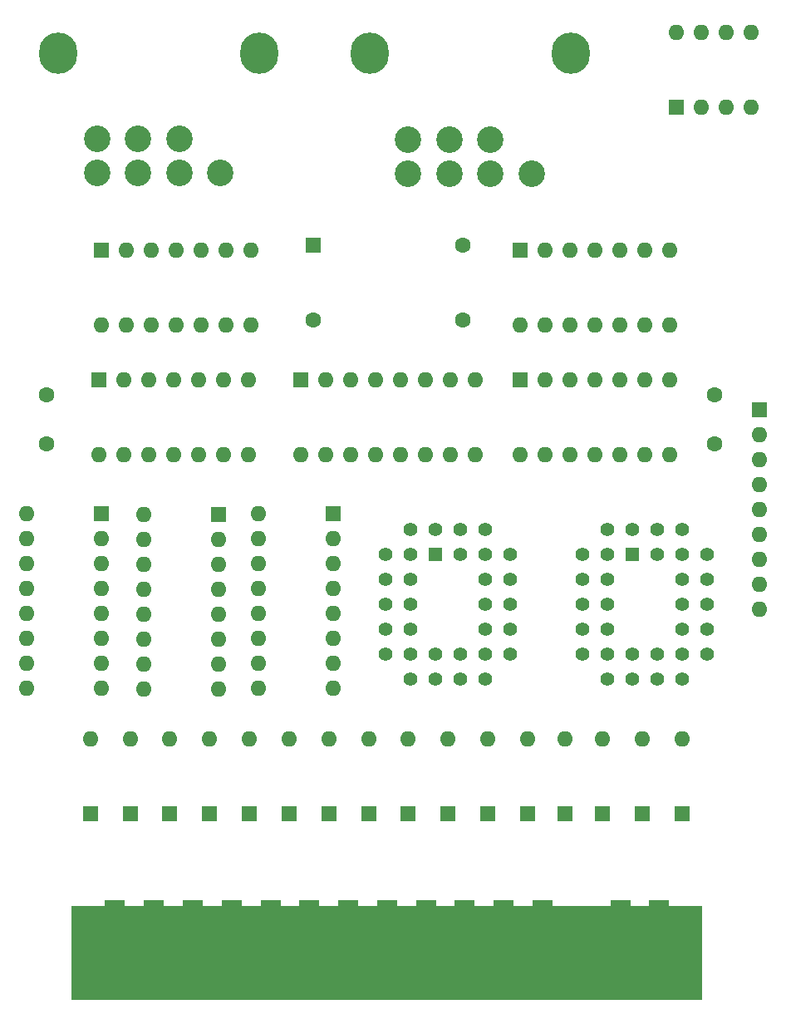
<source format=gbr>
%TF.GenerationSoftware,KiCad,Pcbnew,8.0.2*%
%TF.CreationDate,2025-01-31T19:47:28+01:00*%
%TF.ProjectId,p2000t-joystick-nes,70323030-3074-42d6-9a6f-79737469636b,rev?*%
%TF.SameCoordinates,Original*%
%TF.FileFunction,Soldermask,Top*%
%TF.FilePolarity,Negative*%
%FSLAX46Y46*%
G04 Gerber Fmt 4.6, Leading zero omitted, Abs format (unit mm)*
G04 Created by KiCad (PCBNEW 8.0.2) date 2025-01-31 19:47:28*
%MOMM*%
%LPD*%
G01*
G04 APERTURE LIST*
%ADD10C,0.100000*%
%ADD11R,1.600000X1.600000*%
%ADD12O,1.600000X1.600000*%
%ADD13O,3.900000X4.200000*%
%ADD14C,2.700000*%
%ADD15C,1.600000*%
%ADD16R,1.422400X1.422400*%
%ADD17C,1.422400*%
%ADD18R,2.000000X10.000000*%
G04 APERTURE END LIST*
D10*
X35560000Y-118110000D02*
X99695000Y-118110000D01*
X99695000Y-126365000D01*
X35560000Y-126365000D01*
X35560000Y-118110000D01*
X35560000Y-116840000D02*
X99695000Y-116840000D01*
X99695000Y-126365000D01*
X35560000Y-126365000D01*
X35560000Y-116840000D01*
G36*
X35560000Y-116840000D02*
G01*
X99695000Y-116840000D01*
X99695000Y-126365000D01*
X35560000Y-126365000D01*
X35560000Y-116840000D01*
G37*
D11*
%TO.C,SW1*%
X97155000Y-35517500D03*
D12*
X99695000Y-35517500D03*
X102235000Y-35517500D03*
X104775000Y-35517500D03*
X104775000Y-27897500D03*
X102235000Y-27897500D03*
X99695000Y-27897500D03*
X97155000Y-27897500D03*
%TD*%
D11*
%TO.C,D16*%
X37490400Y-107442000D03*
D12*
X37490400Y-99822000D03*
%TD*%
D13*
%TO.C,J1*%
X34225000Y-29985000D03*
X54725000Y-29985000D03*
D14*
X50725000Y-42235000D03*
X46532000Y-42235000D03*
X42341000Y-42235000D03*
X38150000Y-42235000D03*
X38150000Y-38735000D03*
X42341000Y-38735000D03*
X46532000Y-38735000D03*
%TD*%
D15*
%TO.C,C1*%
X33020000Y-69810000D03*
X33020000Y-64810000D03*
%TD*%
D11*
%TO.C,U8*%
X62230000Y-76952000D03*
D12*
X62230000Y-79492000D03*
X62230000Y-82032000D03*
X62230000Y-84572000D03*
X62230000Y-87112000D03*
X62230000Y-89652000D03*
X62230000Y-92192000D03*
X62230000Y-94732000D03*
X54610000Y-94732000D03*
X54610000Y-92192000D03*
X54610000Y-89652000D03*
X54610000Y-87112000D03*
X54610000Y-84572000D03*
X54610000Y-82032000D03*
X54610000Y-79492000D03*
X54610000Y-76952000D03*
%TD*%
D11*
%TO.C,D6*%
X77978000Y-107442000D03*
D12*
X77978000Y-99822000D03*
%TD*%
D13*
%TO.C,J2*%
X65950000Y-30040000D03*
X86450000Y-30040000D03*
D14*
X82450000Y-42290000D03*
X78257000Y-42290000D03*
X74066000Y-42290000D03*
X69875000Y-42290000D03*
X69875000Y-38790000D03*
X74066000Y-38790000D03*
X78257000Y-38790000D03*
%TD*%
D11*
%TO.C,U10*%
X38608000Y-50038000D03*
D12*
X41148000Y-50038000D03*
X43688000Y-50038000D03*
X46228000Y-50038000D03*
X48768000Y-50038000D03*
X51308000Y-50038000D03*
X53848000Y-50038000D03*
X53848000Y-57658000D03*
X51308000Y-57658000D03*
X48768000Y-57658000D03*
X46228000Y-57658000D03*
X43688000Y-57658000D03*
X41148000Y-57658000D03*
X38608000Y-57658000D03*
%TD*%
D16*
%TO.C,U7*%
X92710000Y-81026000D03*
D17*
X95250000Y-78486000D03*
X95250000Y-81026000D03*
X97790000Y-78486000D03*
X100330000Y-81026000D03*
X97790000Y-81026000D03*
X100330000Y-83566000D03*
X97790000Y-83566000D03*
X100330000Y-86106000D03*
X97790000Y-86106000D03*
X100330000Y-88646000D03*
X97790000Y-88646000D03*
X100330000Y-91186000D03*
X97790000Y-93726000D03*
X97790000Y-91186000D03*
X95250000Y-93726000D03*
X95250000Y-91186000D03*
X92710000Y-93726000D03*
X92710000Y-91186000D03*
X90170000Y-93726000D03*
X87630000Y-91186000D03*
X90170000Y-91186000D03*
X87630000Y-88646000D03*
X90170000Y-88646000D03*
X87630000Y-86106000D03*
X90170000Y-86106000D03*
X87630000Y-83566000D03*
X90170000Y-83566000D03*
X87630000Y-81026000D03*
X90170000Y-78486000D03*
X90170000Y-81026000D03*
X92710000Y-78486000D03*
%TD*%
D18*
%TO.C,J3*%
X39994000Y-121285000D03*
X43954000Y-121285000D03*
X47914000Y-121285000D03*
X51874000Y-121285000D03*
X55834000Y-121285000D03*
X59794000Y-121285000D03*
X63754000Y-121285000D03*
X67714000Y-121285000D03*
X71674000Y-121285000D03*
X75634000Y-121285000D03*
X79594000Y-121285000D03*
X83554000Y-121285000D03*
X91488400Y-121285000D03*
X95434000Y-121285000D03*
%TD*%
D11*
%TO.C,D11*%
X57725700Y-107442000D03*
D12*
X57725700Y-99822000D03*
%TD*%
D11*
%TO.C,RN1*%
X105664000Y-66294000D03*
D12*
X105664000Y-68834000D03*
X105664000Y-71374000D03*
X105664000Y-73914000D03*
X105664000Y-76454000D03*
X105664000Y-78994000D03*
X105664000Y-81534000D03*
X105664000Y-84074000D03*
X105664000Y-86614000D03*
%TD*%
D11*
%TO.C,D8*%
X69850000Y-107442000D03*
D12*
X69850000Y-99822000D03*
%TD*%
D11*
%TO.C,U1*%
X81280000Y-63246000D03*
D12*
X83820000Y-63246000D03*
X86360000Y-63246000D03*
X88900000Y-63246000D03*
X91440000Y-63246000D03*
X93980000Y-63246000D03*
X96520000Y-63246000D03*
X96520000Y-70866000D03*
X93980000Y-70866000D03*
X91440000Y-70866000D03*
X88900000Y-70866000D03*
X86360000Y-70866000D03*
X83820000Y-70866000D03*
X81280000Y-70866000D03*
%TD*%
D16*
%TO.C,U6*%
X72644000Y-81026000D03*
D17*
X75184000Y-78486000D03*
X75184000Y-81026000D03*
X77724000Y-78486000D03*
X80264000Y-81026000D03*
X77724000Y-81026000D03*
X80264000Y-83566000D03*
X77724000Y-83566000D03*
X80264000Y-86106000D03*
X77724000Y-86106000D03*
X80264000Y-88646000D03*
X77724000Y-88646000D03*
X80264000Y-91186000D03*
X77724000Y-93726000D03*
X77724000Y-91186000D03*
X75184000Y-93726000D03*
X75184000Y-91186000D03*
X72644000Y-93726000D03*
X72644000Y-91186000D03*
X70104000Y-93726000D03*
X67564000Y-91186000D03*
X70104000Y-91186000D03*
X67564000Y-88646000D03*
X70104000Y-88646000D03*
X67564000Y-86106000D03*
X70104000Y-86106000D03*
X67564000Y-83566000D03*
X70104000Y-83566000D03*
X67564000Y-81026000D03*
X70104000Y-78486000D03*
X70104000Y-81026000D03*
X72644000Y-78486000D03*
%TD*%
D11*
%TO.C,D10*%
X61772800Y-107442000D03*
D12*
X61772800Y-99822000D03*
%TD*%
D11*
%TO.C,D5*%
X82042000Y-107442000D03*
D12*
X82042000Y-99822000D03*
%TD*%
D11*
%TO.C,D3*%
X89662000Y-107442000D03*
D12*
X89662000Y-99822000D03*
%TD*%
D11*
%TO.C,D4*%
X85852000Y-107442000D03*
D12*
X85852000Y-99822000D03*
%TD*%
D11*
%TO.C,U9*%
X58928000Y-63246000D03*
D12*
X61468000Y-63246000D03*
X64008000Y-63246000D03*
X66548000Y-63246000D03*
X69088000Y-63246000D03*
X71628000Y-63246000D03*
X74168000Y-63246000D03*
X76708000Y-63246000D03*
X76708000Y-70866000D03*
X74168000Y-70866000D03*
X71628000Y-70866000D03*
X69088000Y-70866000D03*
X66548000Y-70866000D03*
X64008000Y-70866000D03*
X61468000Y-70866000D03*
X58928000Y-70866000D03*
%TD*%
D11*
%TO.C,U4*%
X50546000Y-76962000D03*
D12*
X50546000Y-79502000D03*
X50546000Y-82042000D03*
X50546000Y-84582000D03*
X50546000Y-87122000D03*
X50546000Y-89662000D03*
X50546000Y-92202000D03*
X50546000Y-94742000D03*
X42926000Y-94742000D03*
X42926000Y-92202000D03*
X42926000Y-89662000D03*
X42926000Y-87122000D03*
X42926000Y-84582000D03*
X42926000Y-82042000D03*
X42926000Y-79502000D03*
X42926000Y-76962000D03*
%TD*%
D11*
%TO.C,D13*%
X49631600Y-107442000D03*
D12*
X49631600Y-99822000D03*
%TD*%
D11*
%TO.C,D15*%
X41537500Y-107442000D03*
D12*
X41537500Y-99822000D03*
%TD*%
D11*
%TO.C,U2*%
X81280000Y-50038000D03*
D12*
X83820000Y-50038000D03*
X86360000Y-50038000D03*
X88900000Y-50038000D03*
X91440000Y-50038000D03*
X93980000Y-50038000D03*
X96520000Y-50038000D03*
X96520000Y-57658000D03*
X93980000Y-57658000D03*
X91440000Y-57658000D03*
X88900000Y-57658000D03*
X86360000Y-57658000D03*
X83820000Y-57658000D03*
X81280000Y-57658000D03*
%TD*%
D11*
%TO.C,X1*%
X60198000Y-49530000D03*
D15*
X75438000Y-49530000D03*
X75438000Y-57150000D03*
X60198000Y-57150000D03*
%TD*%
D11*
%TO.C,D14*%
X45584500Y-107442000D03*
D12*
X45584500Y-99822000D03*
%TD*%
D11*
%TO.C,D1*%
X97790000Y-107442000D03*
D12*
X97790000Y-99822000D03*
%TD*%
D11*
%TO.C,D12*%
X53678700Y-107442000D03*
D12*
X53678700Y-99822000D03*
%TD*%
D11*
%TO.C,U5*%
X38354000Y-63246000D03*
D12*
X40894000Y-63246000D03*
X43434000Y-63246000D03*
X45974000Y-63246000D03*
X48514000Y-63246000D03*
X51054000Y-63246000D03*
X53594000Y-63246000D03*
X53594000Y-70866000D03*
X51054000Y-70866000D03*
X48514000Y-70866000D03*
X45974000Y-70866000D03*
X43434000Y-70866000D03*
X40894000Y-70866000D03*
X38354000Y-70866000D03*
%TD*%
D11*
%TO.C,D7*%
X73914000Y-107442000D03*
D12*
X73914000Y-99822000D03*
%TD*%
D11*
%TO.C,U3*%
X38598000Y-76952000D03*
D12*
X38598000Y-79492000D03*
X38598000Y-82032000D03*
X38598000Y-84572000D03*
X38598000Y-87112000D03*
X38598000Y-89652000D03*
X38598000Y-92192000D03*
X38598000Y-94732000D03*
X30978000Y-94732000D03*
X30978000Y-92192000D03*
X30978000Y-89652000D03*
X30978000Y-87112000D03*
X30978000Y-84572000D03*
X30978000Y-82032000D03*
X30978000Y-79492000D03*
X30978000Y-76952000D03*
%TD*%
D15*
%TO.C,C2*%
X101092000Y-69810000D03*
X101092000Y-64810000D03*
%TD*%
D11*
%TO.C,D9*%
X65819900Y-107442000D03*
D12*
X65819900Y-99822000D03*
%TD*%
D11*
%TO.C,D2*%
X93726000Y-107442000D03*
D12*
X93726000Y-99822000D03*
%TD*%
M02*

</source>
